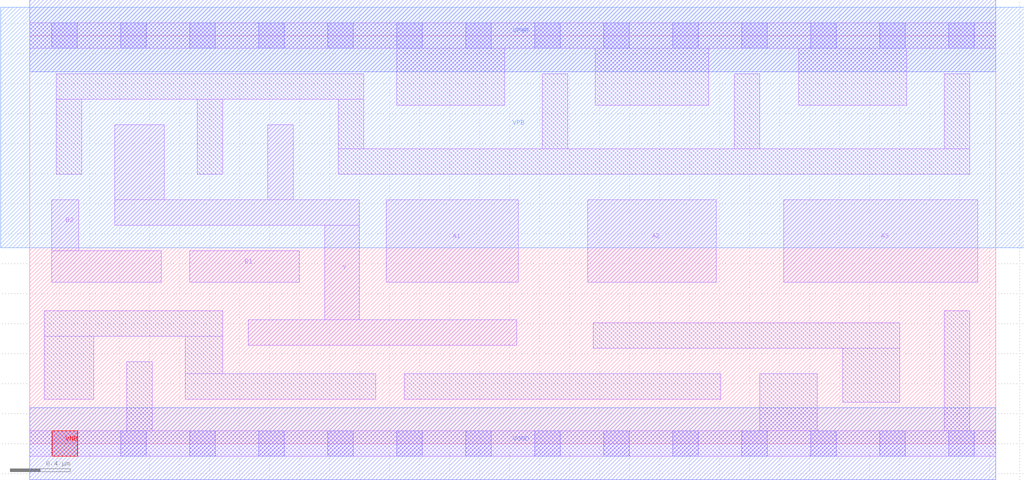
<source format=lef>
# Copyright 2020 The SkyWater PDK Authors
#
# Licensed under the Apache License, Version 2.0 (the "License");
# you may not use this file except in compliance with the License.
# You may obtain a copy of the License at
#
#     https://www.apache.org/licenses/LICENSE-2.0
#
# Unless required by applicable law or agreed to in writing, software
# distributed under the License is distributed on an "AS IS" BASIS,
# WITHOUT WARRANTIES OR CONDITIONS OF ANY KIND, either express or implied.
# See the License for the specific language governing permissions and
# limitations under the License.
#
# SPDX-License-Identifier: Apache-2.0

VERSION 5.7 ;
  NOWIREEXTENSIONATPIN ON ;
  DIVIDERCHAR "/" ;
  BUSBITCHARS "[]" ;
PROPERTYDEFINITIONS
  MACRO maskLayoutSubType STRING ;
  MACRO prCellType STRING ;
  MACRO originalViewName STRING ;
END PROPERTYDEFINITIONS
MACRO sky130_fd_sc_hdll__a32oi_2
  CLASS CORE ;
  FOREIGN sky130_fd_sc_hdll__a32oi_2 ;
  ORIGIN  0.000000  0.000000 ;
  SIZE  6.440000 BY  2.720000 ;
  SYMMETRY X Y R90 ;
  SITE unithd ;
  PIN A1
    ANTENNAGATEAREA  0.555000 ;
    DIRECTION INPUT ;
    USE SIGNAL ;
    PORT
      LAYER li1 ;
        RECT 2.375000 1.075000 3.255000 1.625000 ;
    END
  END A1
  PIN A2
    ANTENNAGATEAREA  0.555000 ;
    DIRECTION INPUT ;
    USE SIGNAL ;
    PORT
      LAYER li1 ;
        RECT 3.720000 1.075000 4.575000 1.625000 ;
    END
  END A2
  PIN A3
    ANTENNAGATEAREA  0.555000 ;
    DIRECTION INPUT ;
    USE SIGNAL ;
    PORT
      LAYER li1 ;
        RECT 5.025000 1.075000 6.320000 1.625000 ;
    END
  END A3
  PIN B1
    ANTENNAGATEAREA  0.555000 ;
    DIRECTION INPUT ;
    USE SIGNAL ;
    PORT
      LAYER li1 ;
        RECT 1.065000 1.075000 1.795000 1.285000 ;
    END
  END B1
  PIN B2
    ANTENNAGATEAREA  0.555000 ;
    DIRECTION INPUT ;
    USE SIGNAL ;
    PORT
      LAYER li1 ;
        RECT 0.145000 1.075000 0.875000 1.285000 ;
        RECT 0.145000 1.285000 0.325000 1.625000 ;
    END
  END B2
  PIN VGND
    ANTENNADIFFAREA  0.646750 ;
    DIRECTION INOUT ;
    USE SIGNAL ;
    PORT
      LAYER met1 ;
        RECT 0.000000 -0.240000 6.440000 0.240000 ;
    END
  END VGND
  PIN VNB
    PORT
      LAYER pwell ;
        RECT 0.150000 -0.085000 0.320000 0.085000 ;
    END
  END VNB
  PIN VPB
    PORT
      LAYER nwell ;
        RECT -0.195000 1.305000 6.630000 2.910000 ;
    END
  END VPB
  PIN VPWR
    ANTENNADIFFAREA  2.080000 ;
    DIRECTION INOUT ;
    USE SIGNAL ;
    PORT
      LAYER met1 ;
        RECT 0.000000 2.480000 6.440000 2.960000 ;
    END
  END VPWR
  PIN Y
    ANTENNADIFFAREA  0.996000 ;
    DIRECTION OUTPUT ;
    USE SIGNAL ;
    PORT
      LAYER li1 ;
        RECT 0.565000 1.455000 2.195000 1.625000 ;
        RECT 0.565000 1.625000 0.895000 2.125000 ;
        RECT 1.455000 0.655000 3.245000 0.825000 ;
        RECT 1.585000 1.625000 1.755000 2.125000 ;
        RECT 1.965000 0.825000 2.195000 1.455000 ;
    END
  END Y
  OBS
    LAYER li1 ;
      RECT 0.000000 -0.085000 6.440000 0.085000 ;
      RECT 0.000000  2.635000 6.440000 2.805000 ;
      RECT 0.095000  0.295000 0.425000 0.715000 ;
      RECT 0.095000  0.715000 1.285000 0.885000 ;
      RECT 0.175000  1.795000 0.345000 2.295000 ;
      RECT 0.175000  2.295000 2.225000 2.465000 ;
      RECT 0.645000  0.085000 0.815000 0.545000 ;
      RECT 1.035000  0.295000 2.305000 0.465000 ;
      RECT 1.035000  0.465000 1.285000 0.715000 ;
      RECT 1.115000  1.795000 1.285000 2.295000 ;
      RECT 2.055000  1.795000 6.265000 1.965000 ;
      RECT 2.055000  1.965000 2.225000 2.295000 ;
      RECT 2.445000  2.255000 3.165000 2.635000 ;
      RECT 2.495000  0.295000 4.605000 0.465000 ;
      RECT 3.415000  1.965000 3.585000 2.465000 ;
      RECT 3.755000  0.635000 5.800000 0.805000 ;
      RECT 3.770000  2.255000 4.525000 2.635000 ;
      RECT 4.695000  1.965000 4.865000 2.465000 ;
      RECT 4.865000  0.085000 5.250000 0.465000 ;
      RECT 5.125000  2.255000 5.845000 2.635000 ;
      RECT 5.420000  0.275000 5.800000 0.635000 ;
      RECT 6.095000  0.085000 6.265000 0.885000 ;
      RECT 6.095000  1.965000 6.265000 2.465000 ;
    LAYER mcon ;
      RECT 0.145000 -0.085000 0.315000 0.085000 ;
      RECT 0.145000  2.635000 0.315000 2.805000 ;
      RECT 0.605000 -0.085000 0.775000 0.085000 ;
      RECT 0.605000  2.635000 0.775000 2.805000 ;
      RECT 1.065000 -0.085000 1.235000 0.085000 ;
      RECT 1.065000  2.635000 1.235000 2.805000 ;
      RECT 1.525000 -0.085000 1.695000 0.085000 ;
      RECT 1.525000  2.635000 1.695000 2.805000 ;
      RECT 1.985000 -0.085000 2.155000 0.085000 ;
      RECT 1.985000  2.635000 2.155000 2.805000 ;
      RECT 2.445000 -0.085000 2.615000 0.085000 ;
      RECT 2.445000  2.635000 2.615000 2.805000 ;
      RECT 2.905000 -0.085000 3.075000 0.085000 ;
      RECT 2.905000  2.635000 3.075000 2.805000 ;
      RECT 3.365000 -0.085000 3.535000 0.085000 ;
      RECT 3.365000  2.635000 3.535000 2.805000 ;
      RECT 3.825000 -0.085000 3.995000 0.085000 ;
      RECT 3.825000  2.635000 3.995000 2.805000 ;
      RECT 4.285000 -0.085000 4.455000 0.085000 ;
      RECT 4.285000  2.635000 4.455000 2.805000 ;
      RECT 4.745000 -0.085000 4.915000 0.085000 ;
      RECT 4.745000  2.635000 4.915000 2.805000 ;
      RECT 5.205000 -0.085000 5.375000 0.085000 ;
      RECT 5.205000  2.635000 5.375000 2.805000 ;
      RECT 5.665000 -0.085000 5.835000 0.085000 ;
      RECT 5.665000  2.635000 5.835000 2.805000 ;
      RECT 6.125000 -0.085000 6.295000 0.085000 ;
      RECT 6.125000  2.635000 6.295000 2.805000 ;
  END
  PROPERTY maskLayoutSubType "abstract" ;
  PROPERTY prCellType "standard" ;
  PROPERTY originalViewName "layout" ;
END sky130_fd_sc_hdll__a32oi_2
END LIBRARY

</source>
